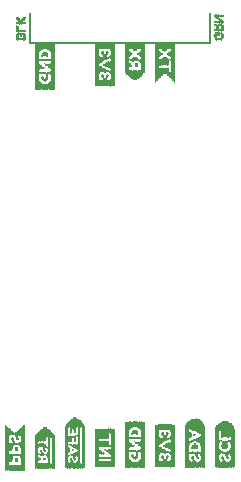
<source format=gbr>
G04 EAGLE Gerber RS-274X export*
G75*
%MOMM*%
%FSLAX34Y34*%
%LPD*%
%INSilkscreen Bottom*%
%IPPOS*%
%AMOC8*
5,1,8,0,0,1.08239X$1,22.5*%
G01*
%ADD10C,0.177800*%
%ADD11R,0.040000X3.520000*%
%ADD12R,0.040000X3.640000*%
%ADD13R,0.040000X3.720000*%
%ADD14R,0.040000X3.800000*%
%ADD15R,0.040000X3.840000*%
%ADD16R,0.040000X3.880000*%
%ADD17R,0.040000X3.920000*%
%ADD18R,0.040000X0.720000*%
%ADD19R,0.040000X3.040000*%
%ADD20R,0.040000X0.640000*%
%ADD21R,0.040000X0.280000*%
%ADD22R,0.040000X0.800000*%
%ADD23R,0.040000X1.160000*%
%ADD24R,0.040000X0.560000*%
%ADD25R,0.040000X0.200000*%
%ADD26R,0.040000X0.680000*%
%ADD27R,0.040000X1.120000*%
%ADD28R,0.040000X0.520000*%
%ADD29R,0.040000X0.160000*%
%ADD30R,0.040000X0.480000*%
%ADD31R,0.040000X0.440000*%
%ADD32R,0.040000X0.400000*%
%ADD33R,0.040000X0.240000*%
%ADD34R,0.040000X0.600000*%
%ADD35R,0.040000X0.320000*%
%ADD36R,0.040000X0.360000*%
%ADD37R,0.040000X1.080000*%
%ADD38R,0.040000X0.080000*%
%ADD39R,0.040000X1.040000*%
%ADD40R,0.040000X0.120000*%
%ADD41R,0.040000X1.000000*%
%ADD42R,0.040000X0.840000*%
%ADD43R,0.040000X0.960000*%
%ADD44R,0.040000X0.880000*%
%ADD45R,0.040000X0.760000*%
%ADD46R,0.040000X3.280000*%
%ADD47R,0.040000X3.400000*%
%ADD48R,0.040000X3.480000*%
%ADD49R,0.040000X3.560000*%
%ADD50R,0.040000X3.600000*%
%ADD51R,0.040000X3.680000*%
%ADD52R,0.040000X1.800000*%
%ADD53R,0.040000X1.240000*%
%ADD54R,0.040000X1.280000*%
%ADD55R,0.040000X1.320000*%
%ADD56R,0.040000X0.920000*%
%ADD57R,0.040000X0.040000*%
%ADD58R,0.040000X2.800000*%
%ADD59R,0.040000X3.240000*%
%ADD60R,0.040000X2.480000*%
%ADD61R,0.040000X2.520000*%
%ADD62R,0.040000X2.600000*%
%ADD63R,0.040000X2.640000*%
%ADD64R,0.040000X2.680000*%
%ADD65R,0.040000X2.720000*%
%ADD66R,0.040000X2.760000*%
%ADD67R,0.040000X1.440000*%
%ADD68R,0.040000X3.320000*%
%ADD69R,0.040000X3.200000*%
%ADD70R,0.040000X3.160000*%
%ADD71R,0.040000X3.120000*%
%ADD72R,0.040000X3.080000*%
%ADD73R,0.040000X1.680000*%
%ADD74R,0.040000X2.840000*%
%ADD75R,0.040000X2.920000*%
%ADD76R,0.040000X2.960000*%
%ADD77R,0.040000X3.360000*%
%ADD78R,0.040000X3.000000*%
%ADD79R,0.040000X3.760000*%
%ADD80R,0.040000X4.040000*%
%ADD81R,0.040000X4.080000*%
%ADD82R,0.040000X4.120000*%
%ADD83R,0.040000X4.160000*%
%ADD84R,0.030000X0.330000*%
%ADD85R,0.030000X0.030000*%
%ADD86R,0.030000X0.060000*%
%ADD87R,0.030000X0.090000*%
%ADD88R,0.040000X0.180000*%
%ADD89R,0.040000X0.150000*%
%ADD90R,0.030000X0.540000*%
%ADD91R,0.030000X0.210000*%
%ADD92R,0.030000X0.180000*%
%ADD93R,0.030000X0.570000*%
%ADD94R,0.030000X0.240000*%
%ADD95R,0.030000X0.600000*%
%ADD96R,0.030000X0.270000*%
%ADD97R,0.040000X0.210000*%
%ADD98R,0.040000X0.270000*%
%ADD99R,0.030000X0.450000*%
%ADD100R,0.030000X0.300000*%
%ADD101R,0.030000X0.420000*%
%ADD102R,0.030000X0.390000*%
%ADD103R,0.040000X0.330000*%
%ADD104R,0.030000X0.360000*%
%ADD105R,0.040000X0.450000*%
%ADD106R,0.030000X0.630000*%
%ADD107R,0.040000X0.630000*%
%ADD108R,0.040000X0.510000*%
%ADD109R,0.040000X0.540000*%
%ADD110R,0.040000X0.570000*%
%ADD111R,0.030000X0.150000*%
%ADD112R,0.030000X0.120000*%
%ADD113R,0.040000X0.390000*%
%ADD114R,0.030000X0.510000*%
%ADD115R,0.040000X0.660000*%
%ADD116R,0.040000X0.300000*%
%ADD117R,0.040000X0.420000*%


D10*
X444500Y762000D02*
X444500Y787400D01*
X292100Y787400D02*
X292100Y762000D01*
X444500Y762000D01*
D11*
X439800Y419910D03*
D12*
X439400Y420510D03*
D13*
X439000Y420910D03*
D14*
X438600Y421310D03*
D15*
X438200Y421510D03*
D16*
X437800Y421710D03*
D17*
X437400Y421910D03*
D18*
X437000Y405910D03*
D19*
X437000Y426710D03*
D20*
X436600Y405510D03*
D21*
X436600Y414110D03*
D22*
X436600Y425110D03*
D23*
X436600Y436510D03*
D24*
X436200Y405110D03*
D25*
X436200Y414510D03*
D26*
X436200Y425310D03*
D27*
X436200Y436710D03*
D28*
X435800Y404910D03*
D29*
X435800Y414710D03*
D24*
X435800Y425510D03*
D23*
X435800Y436910D03*
D28*
X435400Y404910D03*
D29*
X435400Y414710D03*
D28*
X435400Y425710D03*
D27*
X435400Y437110D03*
D30*
X435000Y404710D03*
D29*
X435000Y414710D03*
D31*
X435000Y425710D03*
D23*
X435000Y437310D03*
D30*
X434600Y404710D03*
D29*
X434600Y410710D03*
D25*
X434600Y414510D03*
D32*
X434600Y425910D03*
D27*
X434600Y437510D03*
D30*
X434200Y404710D03*
D33*
X434200Y410710D03*
X434200Y414310D03*
X434200Y419110D03*
D32*
X434200Y425910D03*
D27*
X434200Y437510D03*
D30*
X433800Y404710D03*
D34*
X433800Y412510D03*
D35*
X433800Y419510D03*
X433800Y425910D03*
D23*
X433800Y437710D03*
D30*
X433400Y404710D03*
D24*
X433400Y412710D03*
D36*
X433400Y419710D03*
D35*
X433400Y425910D03*
D27*
X433400Y437910D03*
D30*
X433000Y404710D03*
X433000Y413110D03*
D32*
X433000Y419910D03*
D33*
X433000Y425910D03*
D27*
X433000Y437910D03*
D28*
X432600Y404910D03*
D35*
X432600Y413910D03*
D32*
X432600Y419910D03*
D33*
X432600Y425910D03*
D37*
X432600Y438110D03*
D28*
X432200Y404910D03*
D25*
X432200Y414510D03*
D31*
X432200Y420110D03*
D25*
X432200Y425710D03*
D38*
X432200Y429910D03*
D37*
X432200Y438110D03*
D24*
X431800Y405110D03*
D29*
X431800Y414710D03*
D31*
X431800Y420110D03*
D25*
X431800Y425710D03*
D38*
X431800Y429910D03*
D39*
X431800Y438310D03*
D34*
X431400Y405310D03*
D40*
X431400Y414910D03*
D31*
X431400Y420110D03*
D29*
X431400Y425510D03*
D40*
X431400Y429710D03*
D39*
X431400Y438310D03*
D18*
X431000Y405910D03*
D40*
X431000Y414910D03*
D32*
X431000Y419910D03*
D29*
X431000Y425510D03*
X431000Y429910D03*
D41*
X431000Y438510D03*
D42*
X430600Y406510D03*
D40*
X430600Y414910D03*
D32*
X430600Y419910D03*
D40*
X430600Y425310D03*
D41*
X430600Y438510D03*
D43*
X430200Y407110D03*
D40*
X430200Y414910D03*
D32*
X430200Y419910D03*
D29*
X430200Y425110D03*
D43*
X430200Y438710D03*
D28*
X429800Y404910D03*
D35*
X429800Y410310D03*
D38*
X429800Y415110D03*
D36*
X429800Y419710D03*
D40*
X429800Y424910D03*
D43*
X429800Y438710D03*
D30*
X429400Y404710D03*
D21*
X429400Y410510D03*
D40*
X429400Y414910D03*
D35*
X429400Y419510D03*
D40*
X429400Y424910D03*
D44*
X429400Y438710D03*
D30*
X429000Y404710D03*
D33*
X429000Y410710D03*
D40*
X429000Y414910D03*
D29*
X429000Y419110D03*
D40*
X429000Y424510D03*
D44*
X429000Y438710D03*
D30*
X428600Y404710D03*
D40*
X428600Y414910D03*
D29*
X428600Y424310D03*
D32*
X428600Y429910D03*
D42*
X428600Y438910D03*
D30*
X428200Y404710D03*
D40*
X428200Y414910D03*
D29*
X428200Y423910D03*
D31*
X428200Y429710D03*
D22*
X428200Y438710D03*
D28*
X427800Y404910D03*
D29*
X427800Y414710D03*
X427800Y423910D03*
D30*
X427800Y429910D03*
D45*
X427800Y438910D03*
D28*
X427400Y404910D03*
D25*
X427400Y414510D03*
D33*
X427400Y423510D03*
D28*
X427400Y429710D03*
D18*
X427400Y438710D03*
D34*
X427000Y405310D03*
D33*
X427000Y414310D03*
D21*
X427000Y423310D03*
D24*
X427000Y429910D03*
D18*
X427000Y438710D03*
D26*
X426600Y405710D03*
D36*
X426600Y414110D03*
D31*
X426600Y422910D03*
D34*
X426600Y429710D03*
D45*
X426600Y438110D03*
D17*
X426200Y421910D03*
D16*
X425800Y421710D03*
D15*
X425400Y421510D03*
D14*
X425000Y421310D03*
D13*
X424600Y420910D03*
D12*
X424200Y420510D03*
D11*
X423800Y419910D03*
D46*
X465200Y418710D03*
D47*
X464800Y419310D03*
D48*
X464400Y419710D03*
D49*
X464000Y420110D03*
D50*
X463600Y420310D03*
D12*
X463200Y420510D03*
D51*
X462800Y420710D03*
D18*
X462400Y405910D03*
D42*
X462400Y415710D03*
D52*
X462400Y430510D03*
D34*
X462000Y405310D03*
X462000Y415710D03*
D21*
X462000Y424110D03*
D53*
X462000Y433710D03*
D24*
X461600Y405110D03*
D31*
X461600Y415710D03*
D29*
X461600Y424310D03*
D53*
X461600Y433710D03*
D28*
X461200Y404910D03*
D35*
X461200Y415510D03*
D40*
X461200Y424510D03*
D53*
X461200Y434110D03*
D28*
X460800Y404910D03*
D21*
X460800Y415310D03*
D38*
X460800Y424710D03*
D53*
X460800Y434110D03*
D30*
X460400Y404710D03*
D21*
X460400Y414910D03*
D38*
X460400Y424710D03*
D54*
X460400Y434310D03*
D30*
X460000Y404710D03*
D29*
X460000Y410710D03*
D33*
X460000Y414710D03*
D40*
X460000Y424510D03*
D54*
X460000Y434310D03*
D30*
X459600Y404710D03*
D33*
X459600Y410710D03*
D21*
X459600Y414510D03*
X459600Y420510D03*
D29*
X459600Y424310D03*
D54*
X459600Y434310D03*
D30*
X459200Y404710D03*
D34*
X459200Y412510D03*
D32*
X459200Y420710D03*
D25*
X459200Y424110D03*
D55*
X459200Y434510D03*
D30*
X458800Y404710D03*
D24*
X458800Y412710D03*
D26*
X458800Y421710D03*
D55*
X458800Y434510D03*
D30*
X458400Y404710D03*
X458400Y413110D03*
D18*
X458400Y421510D03*
D55*
X458400Y434510D03*
D30*
X458000Y404710D03*
D21*
X458000Y413710D03*
D18*
X458000Y421510D03*
D55*
X458000Y434510D03*
D28*
X457600Y404910D03*
D25*
X457600Y414110D03*
D18*
X457600Y421510D03*
D55*
X457600Y434510D03*
D24*
X457200Y405110D03*
D40*
X457200Y414510D03*
D18*
X457200Y421510D03*
D55*
X457200Y434510D03*
D34*
X456800Y405310D03*
D40*
X456800Y414510D03*
D18*
X456800Y421510D03*
D55*
X456800Y434510D03*
D26*
X456400Y405710D03*
D38*
X456400Y414710D03*
D18*
X456400Y421510D03*
D55*
X456400Y434510D03*
D42*
X456000Y406510D03*
D40*
X456000Y414910D03*
D18*
X456000Y421510D03*
D55*
X456000Y434510D03*
D56*
X455600Y406910D03*
D40*
X455600Y414910D03*
D18*
X455600Y421510D03*
D55*
X455600Y434510D03*
D28*
X455200Y404910D03*
D35*
X455200Y410310D03*
D40*
X455200Y414910D03*
D26*
X455200Y421710D03*
D55*
X455200Y434510D03*
D30*
X454800Y404710D03*
D21*
X454800Y410510D03*
D29*
X454800Y415110D03*
D36*
X454800Y420510D03*
D29*
X454800Y424310D03*
D54*
X454800Y434310D03*
D30*
X454400Y404710D03*
D33*
X454400Y410710D03*
D29*
X454400Y415110D03*
D25*
X454400Y420510D03*
D40*
X454400Y424510D03*
D54*
X454400Y434310D03*
D31*
X454000Y404510D03*
D25*
X454000Y415310D03*
D40*
X454000Y424510D03*
D54*
X454000Y434310D03*
D30*
X453600Y404710D03*
D25*
X453600Y415310D03*
D38*
X453600Y424710D03*
D45*
X453600Y436510D03*
D30*
X453200Y404710D03*
D21*
X453200Y415310D03*
D38*
X453200Y424710D03*
D45*
X453200Y436510D03*
D28*
X452800Y404910D03*
D32*
X452800Y415510D03*
D40*
X452800Y424510D03*
D18*
X452800Y436310D03*
D34*
X452400Y405310D03*
D30*
X452400Y415510D03*
D33*
X452400Y424310D03*
D18*
X452400Y436310D03*
D20*
X452000Y405510D03*
X452000Y415510D03*
D35*
X452000Y423910D03*
D18*
X452000Y435910D03*
D51*
X451600Y420710D03*
D12*
X451200Y420510D03*
D50*
X450800Y420310D03*
D49*
X450400Y420110D03*
D48*
X450000Y419710D03*
D47*
X449600Y419310D03*
D46*
X449200Y418710D03*
D12*
X414400Y420910D03*
X414000Y420910D03*
X413600Y420910D03*
X413200Y420910D03*
X412800Y420910D03*
X412400Y420910D03*
X412000Y420910D03*
D18*
X411600Y406310D03*
D52*
X411600Y420910D03*
D18*
X411600Y435510D03*
D34*
X411200Y405710D03*
D21*
X411200Y414510D03*
D34*
X411200Y420910D03*
D21*
X411200Y427310D03*
D34*
X411200Y436110D03*
D24*
X410800Y405510D03*
D25*
X410800Y414510D03*
D34*
X410800Y420910D03*
D25*
X410800Y427310D03*
D24*
X410800Y436310D03*
D28*
X410400Y405310D03*
D29*
X410400Y414710D03*
D28*
X410400Y420910D03*
D29*
X410400Y427110D03*
D28*
X410400Y436510D03*
D30*
X410000Y405110D03*
D40*
X410000Y414910D03*
D28*
X410000Y420910D03*
D40*
X410000Y426910D03*
D30*
X410000Y436710D03*
X409600Y405110D03*
D29*
X409600Y415110D03*
D30*
X409600Y421110D03*
D29*
X409600Y426710D03*
D30*
X409600Y436710D03*
X409200Y405110D03*
D38*
X409200Y411110D03*
D40*
X409200Y415310D03*
D31*
X409200Y420910D03*
D29*
X409200Y426710D03*
D38*
X409200Y431110D03*
D31*
X409200Y436910D03*
D30*
X408800Y405110D03*
D25*
X408800Y410910D03*
D29*
X408800Y415510D03*
D32*
X408800Y421110D03*
D25*
X408800Y426510D03*
X408800Y430910D03*
D31*
X408800Y436910D03*
D30*
X408400Y405110D03*
D21*
X408400Y410910D03*
D29*
X408400Y415510D03*
D36*
X408400Y420910D03*
D25*
X408400Y426510D03*
D21*
X408400Y430910D03*
D31*
X408400Y436910D03*
D24*
X408000Y405510D03*
D21*
X408000Y410510D03*
D25*
X408000Y415710D03*
D35*
X408000Y421110D03*
X408000Y426710D03*
D21*
X408000Y430510D03*
D31*
X408000Y436910D03*
D18*
X407600Y406310D03*
D33*
X407600Y415510D03*
D21*
X407600Y420910D03*
D30*
X407600Y427510D03*
X407600Y436710D03*
D18*
X407200Y406310D03*
D21*
X407200Y415710D03*
X407200Y420910D03*
D28*
X407200Y427310D03*
D30*
X407200Y436710D03*
D18*
X406800Y406310D03*
D35*
X406800Y415510D03*
D25*
X406800Y420910D03*
D28*
X406800Y427310D03*
X406800Y436510D03*
D18*
X406400Y406310D03*
D32*
X406400Y415510D03*
D25*
X406400Y420910D03*
D24*
X406400Y427110D03*
X406400Y436310D03*
D18*
X406000Y406310D03*
D35*
X406000Y415910D03*
D40*
X406000Y420910D03*
D24*
X406000Y427110D03*
D30*
X406000Y436710D03*
D18*
X405600Y406310D03*
D36*
X405600Y416110D03*
D40*
X405600Y420910D03*
D34*
X405600Y426910D03*
D30*
X405600Y436710D03*
D44*
X405200Y407110D03*
D35*
X405200Y416310D03*
D57*
X405200Y420910D03*
D45*
X405200Y427710D03*
D31*
X405200Y436910D03*
D30*
X404800Y405110D03*
D35*
X404800Y410710D03*
D36*
X404800Y416510D03*
D57*
X404800Y420910D03*
D32*
X404800Y425510D03*
D35*
X404800Y430710D03*
D31*
X404800Y436910D03*
X404400Y404910D03*
D21*
X404400Y410910D03*
D36*
X404400Y416510D03*
X404400Y425310D03*
D21*
X404400Y430910D03*
D31*
X404400Y436910D03*
X404000Y404910D03*
D21*
X404000Y410910D03*
D32*
X404000Y416710D03*
X404000Y425110D03*
D21*
X404000Y430910D03*
D31*
X404000Y436910D03*
X403600Y404910D03*
D25*
X403600Y410910D03*
D32*
X403600Y416710D03*
X403600Y425110D03*
D25*
X403600Y430910D03*
D31*
X403600Y436910D03*
X403200Y404910D03*
X403200Y416910D03*
X403200Y424910D03*
X403200Y436910D03*
X402800Y404910D03*
X402800Y416910D03*
X402800Y424910D03*
X402800Y436910D03*
D30*
X402400Y405110D03*
D28*
X402400Y416910D03*
X402400Y424910D03*
D30*
X402400Y436710D03*
D28*
X402000Y405310D03*
D24*
X402000Y416710D03*
X402000Y425110D03*
D28*
X402000Y436510D03*
D24*
X401600Y405510D03*
D20*
X401600Y416710D03*
X401600Y425110D03*
D24*
X401600Y436310D03*
D20*
X401200Y405910D03*
D45*
X401200Y416510D03*
X401200Y425310D03*
D20*
X401200Y435910D03*
D12*
X400800Y420910D03*
X400400Y420910D03*
X400000Y420910D03*
X399600Y420910D03*
X399200Y420910D03*
X398800Y420910D03*
X398400Y420910D03*
D16*
X389000Y421710D03*
X388600Y421710D03*
X388200Y421710D03*
X387800Y421710D03*
X387400Y421710D03*
X387000Y421710D03*
X386600Y421710D03*
D42*
X386200Y406510D03*
D58*
X386200Y427110D03*
D45*
X385800Y406110D03*
D35*
X385800Y415910D03*
D30*
X385800Y421910D03*
D29*
X385800Y427110D03*
D45*
X385800Y437310D03*
D26*
X385400Y405710D03*
D25*
X385400Y416110D03*
D32*
X385400Y421910D03*
D40*
X385400Y426910D03*
D26*
X385400Y437710D03*
D20*
X385000Y405510D03*
D29*
X385000Y416310D03*
D36*
X385000Y422110D03*
D40*
X385000Y426910D03*
D20*
X385000Y437910D03*
D24*
X384600Y405110D03*
D29*
X384600Y416310D03*
D36*
X384600Y422110D03*
D40*
X384600Y426910D03*
D34*
X384600Y438110D03*
D24*
X384200Y405110D03*
D29*
X384200Y416310D03*
D35*
X384200Y422310D03*
D40*
X384200Y426910D03*
D24*
X384200Y438310D03*
D28*
X383800Y404910D03*
D29*
X383800Y416310D03*
D21*
X383800Y422510D03*
D40*
X383800Y426910D03*
D28*
X383800Y438510D03*
D30*
X383400Y404710D03*
D21*
X383400Y412110D03*
D25*
X383400Y416110D03*
D33*
X383400Y422710D03*
D40*
X383400Y426910D03*
D33*
X383400Y431510D03*
D30*
X383400Y438710D03*
X383000Y404710D03*
D18*
X383000Y413510D03*
D33*
X383000Y422710D03*
D40*
X383000Y426910D03*
D21*
X383000Y431710D03*
D30*
X383000Y438710D03*
X382600Y404710D03*
D45*
X382600Y413310D03*
D25*
X382600Y422910D03*
D40*
X382600Y426910D03*
D35*
X382600Y431910D03*
D31*
X382600Y438910D03*
X382200Y404510D03*
D45*
X382200Y413310D03*
D29*
X382200Y423110D03*
D40*
X382200Y426910D03*
D36*
X382200Y432110D03*
D31*
X382200Y438910D03*
X381800Y404510D03*
D21*
X381800Y410510D03*
D29*
X381800Y416310D03*
D40*
X381800Y423310D03*
X381800Y426910D03*
D32*
X381800Y432310D03*
D31*
X381800Y438910D03*
X381400Y404510D03*
D33*
X381400Y410310D03*
D40*
X381400Y416510D03*
X381400Y423310D03*
X381400Y426910D03*
D32*
X381400Y432310D03*
D31*
X381400Y438910D03*
X381000Y404510D03*
D33*
X381000Y410310D03*
D40*
X381000Y416510D03*
D57*
X381000Y420110D03*
D38*
X381000Y423510D03*
D40*
X381000Y426910D03*
D32*
X381000Y432310D03*
D31*
X381000Y438910D03*
X380600Y404510D03*
D33*
X380600Y410310D03*
D40*
X380600Y416510D03*
D38*
X380600Y420310D03*
D57*
X380600Y423710D03*
D40*
X380600Y426910D03*
D32*
X380600Y432310D03*
D31*
X380600Y438910D03*
X380200Y404510D03*
D33*
X380200Y410310D03*
D40*
X380200Y416510D03*
D38*
X380200Y420310D03*
D40*
X380200Y426910D03*
D32*
X380200Y432310D03*
D31*
X380200Y438910D03*
X379800Y404510D03*
D32*
X379800Y411510D03*
D40*
X379800Y416510D03*
X379800Y420510D03*
X379800Y426910D03*
D36*
X379800Y432110D03*
D31*
X379800Y438910D03*
D30*
X379400Y404710D03*
D32*
X379400Y411510D03*
D40*
X379400Y416510D03*
D29*
X379400Y420710D03*
D40*
X379400Y426910D03*
D36*
X379400Y432110D03*
D31*
X379400Y438910D03*
D30*
X379000Y404710D03*
D36*
X379000Y411710D03*
D40*
X379000Y416510D03*
D25*
X379000Y420910D03*
D40*
X379000Y426910D03*
D35*
X379000Y431910D03*
D30*
X379000Y438710D03*
X378600Y404710D03*
D35*
X378600Y411910D03*
D40*
X378600Y416510D03*
D25*
X378600Y420910D03*
D40*
X378600Y426910D03*
D21*
X378600Y431710D03*
D30*
X378600Y438710D03*
D28*
X378200Y404910D03*
D25*
X378200Y412110D03*
D40*
X378200Y416510D03*
D33*
X378200Y421110D03*
D40*
X378200Y426910D03*
D29*
X378200Y431110D03*
D28*
X378200Y438510D03*
X377800Y404910D03*
D40*
X377800Y416510D03*
D21*
X377800Y421310D03*
D40*
X377800Y426910D03*
D28*
X377800Y438510D03*
D24*
X377400Y405110D03*
D40*
X377400Y416510D03*
D35*
X377400Y421510D03*
D40*
X377400Y426910D03*
D24*
X377400Y438310D03*
D34*
X377000Y405310D03*
D40*
X377000Y416510D03*
D35*
X377000Y421510D03*
D40*
X377000Y426910D03*
D34*
X377000Y438110D03*
D20*
X376600Y405510D03*
D29*
X376600Y416310D03*
D36*
X376600Y421710D03*
D40*
X376600Y426910D03*
D20*
X376600Y437910D03*
D18*
X376200Y405910D03*
D33*
X376200Y416310D03*
D31*
X376200Y421710D03*
D29*
X376200Y427110D03*
D18*
X376200Y437510D03*
D22*
X375800Y406310D03*
D35*
X375800Y415910D03*
D30*
X375800Y421910D03*
D25*
X375800Y426910D03*
D42*
X375800Y436910D03*
D16*
X375400Y421710D03*
X375000Y421710D03*
X374600Y421710D03*
X374200Y421710D03*
X373800Y421710D03*
X373400Y421710D03*
X373000Y421710D03*
D59*
X363600Y418910D03*
X363200Y418910D03*
X362800Y418910D03*
X362400Y418910D03*
X362000Y418910D03*
X361600Y418910D03*
X361200Y418910D03*
X360800Y418910D03*
D30*
X360400Y405110D03*
D29*
X360400Y410310D03*
D30*
X360400Y415510D03*
D40*
X360400Y420510D03*
D31*
X360400Y432910D03*
X360000Y404910D03*
D29*
X360000Y410310D03*
D32*
X360000Y415510D03*
D40*
X360000Y420510D03*
D32*
X360000Y433110D03*
D31*
X359600Y404910D03*
D40*
X359600Y410510D03*
D36*
X359600Y415710D03*
D40*
X359600Y420510D03*
D32*
X359600Y433110D03*
D31*
X359200Y404910D03*
D40*
X359200Y410510D03*
D35*
X359200Y415910D03*
D40*
X359200Y420510D03*
D32*
X359200Y433110D03*
D31*
X358800Y404910D03*
D40*
X358800Y410510D03*
D35*
X358800Y415910D03*
D29*
X358800Y420710D03*
D31*
X358800Y432910D03*
X358400Y404910D03*
D40*
X358400Y410510D03*
D21*
X358400Y416110D03*
D30*
X358400Y422310D03*
D22*
X358400Y431110D03*
D31*
X358000Y404910D03*
D40*
X358000Y410510D03*
D33*
X358000Y416310D03*
D30*
X358000Y422310D03*
D22*
X358000Y431110D03*
D31*
X357600Y404910D03*
D40*
X357600Y410510D03*
D25*
X357600Y416510D03*
D30*
X357600Y422310D03*
D22*
X357600Y431110D03*
D31*
X357200Y404910D03*
D40*
X357200Y410510D03*
D25*
X357200Y416510D03*
D30*
X357200Y422310D03*
D22*
X357200Y431110D03*
D31*
X356800Y404910D03*
D40*
X356800Y410510D03*
D29*
X356800Y416710D03*
D30*
X356800Y422310D03*
D22*
X356800Y431110D03*
D31*
X356400Y404910D03*
D40*
X356400Y410510D03*
X356400Y416910D03*
D30*
X356400Y422310D03*
D22*
X356400Y431110D03*
D31*
X356000Y404910D03*
D40*
X356000Y410510D03*
D38*
X356000Y417110D03*
D30*
X356000Y422310D03*
D22*
X356000Y431110D03*
D31*
X355600Y404910D03*
D40*
X355600Y410510D03*
D57*
X355600Y413710D03*
D38*
X355600Y417110D03*
D30*
X355600Y422310D03*
D22*
X355600Y431110D03*
D31*
X355200Y404910D03*
D40*
X355200Y410510D03*
D38*
X355200Y413910D03*
D57*
X355200Y417310D03*
D30*
X355200Y422310D03*
D22*
X355200Y431110D03*
D31*
X354800Y404910D03*
D40*
X354800Y410510D03*
X354800Y414110D03*
D30*
X354800Y422310D03*
D22*
X354800Y431110D03*
D31*
X354400Y404910D03*
D40*
X354400Y410510D03*
X354400Y414110D03*
D30*
X354400Y422310D03*
D22*
X354400Y431110D03*
D31*
X354000Y404910D03*
D40*
X354000Y410510D03*
D29*
X354000Y414310D03*
D30*
X354000Y422310D03*
D22*
X354000Y431110D03*
D31*
X353600Y404910D03*
D40*
X353600Y410510D03*
D25*
X353600Y414510D03*
D30*
X353600Y422310D03*
D22*
X353600Y431110D03*
D31*
X353200Y404910D03*
D40*
X353200Y410510D03*
D33*
X353200Y414710D03*
D30*
X353200Y422310D03*
D22*
X353200Y431110D03*
D31*
X352800Y404910D03*
D40*
X352800Y410510D03*
D33*
X352800Y414710D03*
D30*
X352800Y422310D03*
D22*
X352800Y431110D03*
D31*
X352400Y404910D03*
D40*
X352400Y410510D03*
D21*
X352400Y414910D03*
D30*
X352400Y422310D03*
D22*
X352400Y431110D03*
D31*
X352000Y404910D03*
D40*
X352000Y410510D03*
D35*
X352000Y415110D03*
D30*
X352000Y422310D03*
D22*
X352000Y431110D03*
D31*
X351600Y404910D03*
D40*
X351600Y410510D03*
D36*
X351600Y415310D03*
D30*
X351600Y422310D03*
D22*
X351600Y431110D03*
D31*
X351200Y404910D03*
D40*
X351200Y410510D03*
D36*
X351200Y415310D03*
D30*
X351200Y422310D03*
D22*
X351200Y431110D03*
D30*
X350800Y405110D03*
D29*
X350800Y410310D03*
D32*
X350800Y415510D03*
D30*
X350800Y422310D03*
D22*
X350800Y431110D03*
D30*
X350400Y405110D03*
D29*
X350400Y410310D03*
D30*
X350400Y415510D03*
D24*
X350400Y422310D03*
D42*
X350400Y430910D03*
D59*
X350000Y418910D03*
X349600Y418910D03*
X349200Y418910D03*
X348800Y418910D03*
X348400Y418910D03*
X348000Y418910D03*
X347600Y418910D03*
D60*
X389000Y749380D03*
D61*
X388600Y749180D03*
D62*
X388200Y748780D03*
D63*
X387800Y748580D03*
D64*
X387400Y748380D03*
D65*
X387000Y748180D03*
D66*
X386600Y747980D03*
D67*
X386200Y740980D03*
D20*
X386200Y752580D03*
D28*
X386200Y759180D03*
D24*
X385800Y736180D03*
D35*
X385800Y746180D03*
D24*
X385800Y752580D03*
D30*
X385800Y759380D03*
D24*
X385400Y735780D03*
D25*
X385400Y746380D03*
D30*
X385400Y752580D03*
D31*
X385400Y759580D03*
D34*
X385000Y735580D03*
D29*
X385000Y746580D03*
D32*
X385000Y752580D03*
X385000Y759780D03*
D20*
X384600Y735380D03*
D40*
X384600Y746780D03*
D35*
X384600Y752580D03*
D31*
X384600Y759580D03*
D26*
X384200Y735180D03*
D29*
X384200Y746980D03*
D33*
X384200Y752580D03*
D30*
X384200Y759380D03*
D18*
X383800Y734980D03*
D29*
X383800Y747380D03*
D25*
X383800Y752380D03*
D30*
X383800Y759380D03*
D45*
X383400Y734780D03*
D33*
X383400Y742580D03*
D25*
X383400Y747580D03*
D40*
X383400Y752380D03*
D28*
X383400Y759180D03*
D45*
X383000Y734780D03*
D21*
X383000Y742780D03*
D25*
X383000Y747980D03*
D38*
X383000Y752580D03*
D24*
X383000Y758980D03*
D22*
X382600Y734580D03*
D21*
X382600Y742780D03*
D33*
X382600Y748180D03*
D34*
X382600Y758780D03*
D42*
X382200Y734380D03*
D21*
X382200Y742780D03*
X382200Y748380D03*
D20*
X382200Y758580D03*
D42*
X381800Y734380D03*
D21*
X381800Y742780D03*
D35*
X381800Y748580D03*
D26*
X381800Y758380D03*
D42*
X381400Y734380D03*
D21*
X381400Y742780D03*
D32*
X381400Y748580D03*
D18*
X381400Y758180D03*
D42*
X381000Y734380D03*
D32*
X381000Y748580D03*
D45*
X381000Y757980D03*
D42*
X380600Y734380D03*
D32*
X380600Y748580D03*
D18*
X380600Y758180D03*
D42*
X380200Y734380D03*
D32*
X380200Y748180D03*
D26*
X380200Y758380D03*
D42*
X379800Y734380D03*
D32*
X379800Y747780D03*
D20*
X379800Y758580D03*
D22*
X379400Y734580D03*
D36*
X379400Y747580D03*
D34*
X379400Y758780D03*
D45*
X379000Y734780D03*
D21*
X379000Y747580D03*
D24*
X379000Y758980D03*
D45*
X378600Y734780D03*
D33*
X378600Y747380D03*
D38*
X378600Y752580D03*
D24*
X378600Y758980D03*
D18*
X378200Y734980D03*
D33*
X378200Y742580D03*
D25*
X378200Y747180D03*
D29*
X378200Y752580D03*
D28*
X378200Y759180D03*
D26*
X377800Y735180D03*
D33*
X377800Y742580D03*
D40*
X377800Y747180D03*
D33*
X377800Y752580D03*
D30*
X377800Y759380D03*
D20*
X377400Y735380D03*
D21*
X377400Y742780D03*
D40*
X377400Y747180D03*
D35*
X377400Y752580D03*
D31*
X377400Y759580D03*
D34*
X377000Y735580D03*
D21*
X377000Y742780D03*
D57*
X377000Y747180D03*
D32*
X377000Y752580D03*
X377000Y759780D03*
D24*
X376600Y735780D03*
D21*
X376600Y742780D03*
D57*
X376600Y747180D03*
D30*
X376600Y752580D03*
D31*
X376600Y759580D03*
D24*
X376200Y736180D03*
D36*
X376200Y742780D03*
D38*
X376200Y747380D03*
D28*
X376200Y752380D03*
D31*
X376200Y759580D03*
D28*
X375800Y736380D03*
D36*
X375800Y742780D03*
D25*
X375800Y747180D03*
D34*
X375800Y752380D03*
D30*
X375800Y759380D03*
D66*
X375400Y747980D03*
D65*
X375000Y748180D03*
D64*
X374600Y748380D03*
D63*
X374200Y748580D03*
D62*
X373800Y748780D03*
D61*
X373400Y749180D03*
D60*
X373000Y749380D03*
D68*
X414400Y745110D03*
D46*
X414000Y745310D03*
D59*
X413600Y745510D03*
D69*
X413200Y745710D03*
D70*
X412800Y745910D03*
D71*
X412400Y746110D03*
D72*
X412000Y746310D03*
D73*
X411600Y739710D03*
D20*
X411600Y752510D03*
D28*
X411600Y759110D03*
X411200Y734310D03*
D40*
X411200Y747110D03*
D24*
X411200Y752510D03*
D30*
X411200Y759310D03*
X410800Y734510D03*
D57*
X410800Y747110D03*
D30*
X410800Y752510D03*
D31*
X410800Y759510D03*
X410400Y734710D03*
D57*
X410400Y747110D03*
D32*
X410400Y752510D03*
D31*
X410400Y759510D03*
D32*
X410000Y734910D03*
D57*
X410000Y747110D03*
D36*
X410000Y752310D03*
D31*
X410000Y759510D03*
D32*
X409600Y735310D03*
D40*
X409600Y747110D03*
D21*
X409600Y752310D03*
D30*
X409600Y759310D03*
D26*
X409200Y737110D03*
D28*
X409200Y745510D03*
D25*
X409200Y752310D03*
D28*
X409200Y759110D03*
D20*
X408800Y737310D03*
D24*
X408800Y745710D03*
D40*
X408800Y752310D03*
D28*
X408800Y759110D03*
D34*
X408400Y737510D03*
X408400Y745910D03*
D57*
X408400Y752310D03*
D24*
X408400Y758910D03*
X408000Y737710D03*
D20*
X408000Y746110D03*
D34*
X408000Y758710D03*
D28*
X407600Y737910D03*
D26*
X407600Y746310D03*
D20*
X407600Y758510D03*
D28*
X407200Y737910D03*
D18*
X407200Y746510D03*
D26*
X407200Y758310D03*
D28*
X406800Y737910D03*
D18*
X406800Y746510D03*
X406800Y758110D03*
D28*
X406400Y737910D03*
D45*
X406400Y746710D03*
X406400Y757910D03*
D28*
X406000Y737910D03*
D45*
X406000Y746710D03*
D18*
X406000Y758110D03*
D28*
X405600Y737910D03*
D18*
X405600Y746510D03*
D26*
X405600Y758310D03*
D28*
X405200Y737910D03*
D26*
X405200Y746310D03*
D20*
X405200Y758510D03*
D24*
X404800Y737710D03*
D20*
X404800Y746110D03*
X404800Y758510D03*
D34*
X404400Y737510D03*
X404400Y745910D03*
D57*
X404400Y752310D03*
D34*
X404400Y758710D03*
D20*
X404000Y737310D03*
D24*
X404000Y745710D03*
D40*
X404000Y752310D03*
D24*
X404000Y758910D03*
D26*
X403600Y737110D03*
D28*
X403600Y745510D03*
D25*
X403600Y752310D03*
D28*
X403600Y759110D03*
D18*
X403200Y736910D03*
D30*
X403200Y745310D03*
D33*
X403200Y752510D03*
D30*
X403200Y759310D03*
D45*
X402800Y736710D03*
D30*
X402800Y745310D03*
D35*
X402800Y752510D03*
D31*
X402800Y759510D03*
D22*
X402400Y736510D03*
D31*
X402400Y745110D03*
D32*
X402400Y752510D03*
D31*
X402400Y759510D03*
D42*
X402000Y736310D03*
D31*
X402000Y745110D03*
X402000Y752310D03*
X402000Y759510D03*
D44*
X401600Y736110D03*
D30*
X401600Y745310D03*
D28*
X401600Y752310D03*
D31*
X401600Y759510D03*
D43*
X401200Y736110D03*
D24*
X401200Y745310D03*
D34*
X401200Y752310D03*
D30*
X401200Y759310D03*
D72*
X400800Y746310D03*
D71*
X400400Y746110D03*
D70*
X400000Y745910D03*
D69*
X399600Y745710D03*
D59*
X399200Y745510D03*
D46*
X398800Y745310D03*
D68*
X398400Y745110D03*
D12*
X363600Y743490D03*
X363200Y743490D03*
X362800Y743490D03*
X362400Y743490D03*
X362000Y743490D03*
X361600Y743490D03*
X361200Y743490D03*
D18*
X360800Y728890D03*
D52*
X360800Y743490D03*
D18*
X360800Y758090D03*
D34*
X360400Y728290D03*
D21*
X360400Y737090D03*
D34*
X360400Y743490D03*
D21*
X360400Y749890D03*
D34*
X360400Y758690D03*
D24*
X360000Y728090D03*
D25*
X360000Y737090D03*
D34*
X360000Y743490D03*
D25*
X360000Y749890D03*
D24*
X360000Y758890D03*
D28*
X359600Y727890D03*
D29*
X359600Y737290D03*
D28*
X359600Y743490D03*
D29*
X359600Y749690D03*
D28*
X359600Y759090D03*
D30*
X359200Y727690D03*
D40*
X359200Y737490D03*
D28*
X359200Y743490D03*
D40*
X359200Y749490D03*
D30*
X359200Y759290D03*
X358800Y727690D03*
D29*
X358800Y737690D03*
D30*
X358800Y743690D03*
D29*
X358800Y749290D03*
D30*
X358800Y759290D03*
X358400Y727690D03*
D38*
X358400Y733690D03*
D40*
X358400Y737890D03*
D31*
X358400Y743490D03*
D29*
X358400Y749290D03*
D38*
X358400Y753690D03*
D31*
X358400Y759490D03*
D30*
X358000Y727690D03*
D25*
X358000Y733490D03*
D29*
X358000Y738090D03*
D32*
X358000Y743690D03*
D25*
X358000Y749090D03*
X358000Y753490D03*
D31*
X358000Y759490D03*
D30*
X357600Y727690D03*
D21*
X357600Y733490D03*
D29*
X357600Y738090D03*
D36*
X357600Y743490D03*
D25*
X357600Y749090D03*
D21*
X357600Y753490D03*
D31*
X357600Y759490D03*
D24*
X357200Y728090D03*
D21*
X357200Y733090D03*
D25*
X357200Y738290D03*
D35*
X357200Y743690D03*
X357200Y749290D03*
D21*
X357200Y753090D03*
D31*
X357200Y759490D03*
D18*
X356800Y728890D03*
D33*
X356800Y738090D03*
D21*
X356800Y743490D03*
D30*
X356800Y750090D03*
X356800Y759290D03*
D18*
X356400Y728890D03*
D21*
X356400Y738290D03*
X356400Y743490D03*
D28*
X356400Y749890D03*
D30*
X356400Y759290D03*
D18*
X356000Y728890D03*
D35*
X356000Y738090D03*
D25*
X356000Y743490D03*
D28*
X356000Y749890D03*
X356000Y759090D03*
D18*
X355600Y728890D03*
D32*
X355600Y738090D03*
D25*
X355600Y743490D03*
D24*
X355600Y749690D03*
X355600Y758890D03*
D18*
X355200Y728890D03*
D35*
X355200Y738490D03*
D40*
X355200Y743490D03*
D24*
X355200Y749690D03*
D30*
X355200Y759290D03*
D18*
X354800Y728890D03*
D36*
X354800Y738690D03*
D40*
X354800Y743490D03*
D34*
X354800Y749490D03*
D30*
X354800Y759290D03*
D44*
X354400Y729690D03*
D35*
X354400Y738890D03*
D57*
X354400Y743490D03*
D45*
X354400Y750290D03*
D31*
X354400Y759490D03*
D30*
X354000Y727690D03*
D35*
X354000Y733290D03*
D36*
X354000Y739090D03*
D57*
X354000Y743490D03*
D32*
X354000Y748090D03*
D35*
X354000Y753290D03*
D31*
X354000Y759490D03*
X353600Y727490D03*
D21*
X353600Y733490D03*
D36*
X353600Y739090D03*
X353600Y747890D03*
D21*
X353600Y753490D03*
D31*
X353600Y759490D03*
X353200Y727490D03*
D21*
X353200Y733490D03*
D32*
X353200Y739290D03*
X353200Y747690D03*
D21*
X353200Y753490D03*
D31*
X353200Y759490D03*
X352800Y727490D03*
D25*
X352800Y733490D03*
D32*
X352800Y739290D03*
X352800Y747690D03*
D25*
X352800Y753490D03*
D31*
X352800Y759490D03*
X352400Y727490D03*
X352400Y739490D03*
X352400Y747490D03*
X352400Y759490D03*
X352000Y727490D03*
X352000Y739490D03*
X352000Y747490D03*
X352000Y759490D03*
D30*
X351600Y727690D03*
D28*
X351600Y739490D03*
X351600Y747490D03*
D30*
X351600Y759290D03*
D28*
X351200Y727890D03*
D24*
X351200Y739290D03*
X351200Y747690D03*
D28*
X351200Y759090D03*
D24*
X350800Y728090D03*
D20*
X350800Y739290D03*
X350800Y747690D03*
D24*
X350800Y758890D03*
D20*
X350400Y728490D03*
D45*
X350400Y739090D03*
X350400Y747890D03*
D20*
X350400Y758490D03*
D12*
X350000Y743490D03*
X349600Y743490D03*
X349200Y743490D03*
X348800Y743490D03*
X348400Y743490D03*
X348000Y743490D03*
X347600Y743490D03*
D16*
X312800Y741750D03*
X312400Y741750D03*
X312000Y741750D03*
X311600Y741750D03*
X311200Y741750D03*
X310800Y741750D03*
X310400Y741750D03*
D42*
X310000Y726550D03*
D58*
X310000Y747150D03*
D45*
X309600Y726150D03*
D35*
X309600Y735950D03*
D30*
X309600Y741950D03*
D29*
X309600Y747150D03*
D45*
X309600Y757350D03*
D26*
X309200Y725750D03*
D25*
X309200Y736150D03*
D32*
X309200Y741950D03*
D40*
X309200Y746950D03*
D26*
X309200Y757750D03*
D20*
X308800Y725550D03*
D29*
X308800Y736350D03*
D36*
X308800Y742150D03*
D40*
X308800Y746950D03*
D20*
X308800Y757950D03*
D24*
X308400Y725150D03*
D29*
X308400Y736350D03*
D36*
X308400Y742150D03*
D40*
X308400Y746950D03*
D34*
X308400Y758150D03*
D24*
X308000Y725150D03*
D29*
X308000Y736350D03*
D35*
X308000Y742350D03*
D40*
X308000Y746950D03*
D24*
X308000Y758350D03*
D28*
X307600Y724950D03*
D29*
X307600Y736350D03*
D21*
X307600Y742550D03*
D40*
X307600Y746950D03*
D28*
X307600Y758550D03*
D30*
X307200Y724750D03*
D21*
X307200Y732150D03*
D25*
X307200Y736150D03*
D33*
X307200Y742750D03*
D40*
X307200Y746950D03*
D33*
X307200Y751550D03*
D30*
X307200Y758750D03*
X306800Y724750D03*
D18*
X306800Y733550D03*
D33*
X306800Y742750D03*
D40*
X306800Y746950D03*
D21*
X306800Y751750D03*
D30*
X306800Y758750D03*
X306400Y724750D03*
D45*
X306400Y733350D03*
D25*
X306400Y742950D03*
D40*
X306400Y746950D03*
D35*
X306400Y751950D03*
D31*
X306400Y758950D03*
X306000Y724550D03*
D45*
X306000Y733350D03*
D29*
X306000Y743150D03*
D40*
X306000Y746950D03*
D36*
X306000Y752150D03*
D31*
X306000Y758950D03*
X305600Y724550D03*
D21*
X305600Y730550D03*
D29*
X305600Y736350D03*
D40*
X305600Y743350D03*
X305600Y746950D03*
D32*
X305600Y752350D03*
D31*
X305600Y758950D03*
X305200Y724550D03*
D33*
X305200Y730350D03*
D40*
X305200Y736550D03*
X305200Y743350D03*
X305200Y746950D03*
D32*
X305200Y752350D03*
D31*
X305200Y758950D03*
X304800Y724550D03*
D33*
X304800Y730350D03*
D40*
X304800Y736550D03*
D57*
X304800Y740150D03*
D38*
X304800Y743550D03*
D40*
X304800Y746950D03*
D32*
X304800Y752350D03*
D31*
X304800Y758950D03*
X304400Y724550D03*
D33*
X304400Y730350D03*
D40*
X304400Y736550D03*
D38*
X304400Y740350D03*
D57*
X304400Y743750D03*
D40*
X304400Y746950D03*
D32*
X304400Y752350D03*
D31*
X304400Y758950D03*
X304000Y724550D03*
D33*
X304000Y730350D03*
D40*
X304000Y736550D03*
D38*
X304000Y740350D03*
D40*
X304000Y746950D03*
D32*
X304000Y752350D03*
D31*
X304000Y758950D03*
X303600Y724550D03*
D32*
X303600Y731550D03*
D40*
X303600Y736550D03*
X303600Y740550D03*
X303600Y746950D03*
D36*
X303600Y752150D03*
D31*
X303600Y758950D03*
D30*
X303200Y724750D03*
D32*
X303200Y731550D03*
D40*
X303200Y736550D03*
D29*
X303200Y740750D03*
D40*
X303200Y746950D03*
D36*
X303200Y752150D03*
D31*
X303200Y758950D03*
D30*
X302800Y724750D03*
D36*
X302800Y731750D03*
D40*
X302800Y736550D03*
D25*
X302800Y740950D03*
D40*
X302800Y746950D03*
D35*
X302800Y751950D03*
D30*
X302800Y758750D03*
X302400Y724750D03*
D35*
X302400Y731950D03*
D40*
X302400Y736550D03*
D25*
X302400Y740950D03*
D40*
X302400Y746950D03*
D21*
X302400Y751750D03*
D30*
X302400Y758750D03*
D28*
X302000Y724950D03*
D25*
X302000Y732150D03*
D40*
X302000Y736550D03*
D33*
X302000Y741150D03*
D40*
X302000Y746950D03*
D29*
X302000Y751150D03*
D28*
X302000Y758550D03*
X301600Y724950D03*
D40*
X301600Y736550D03*
D21*
X301600Y741350D03*
D40*
X301600Y746950D03*
D28*
X301600Y758550D03*
D24*
X301200Y725150D03*
D40*
X301200Y736550D03*
D35*
X301200Y741550D03*
D40*
X301200Y746950D03*
D24*
X301200Y758350D03*
D34*
X300800Y725350D03*
D40*
X300800Y736550D03*
D35*
X300800Y741550D03*
D40*
X300800Y746950D03*
D34*
X300800Y758150D03*
D20*
X300400Y725550D03*
D29*
X300400Y736350D03*
D36*
X300400Y741750D03*
D40*
X300400Y746950D03*
D20*
X300400Y757950D03*
D18*
X300000Y725950D03*
D33*
X300000Y736350D03*
D31*
X300000Y741750D03*
D29*
X300000Y747150D03*
D18*
X300000Y757550D03*
D22*
X299600Y726350D03*
D35*
X299600Y735950D03*
D30*
X299600Y741950D03*
D25*
X299600Y746950D03*
D42*
X299600Y756950D03*
D16*
X299200Y741750D03*
X298800Y741750D03*
X298400Y741750D03*
X298000Y741750D03*
X297600Y741750D03*
X297200Y741750D03*
X296800Y741750D03*
D58*
X312800Y415370D03*
D74*
X312400Y415570D03*
D75*
X312000Y415970D03*
D76*
X311600Y416170D03*
D31*
X311200Y403570D03*
D32*
X311200Y429370D03*
X310800Y403370D03*
X310800Y429770D03*
X310400Y403370D03*
D31*
X310400Y429970D03*
D32*
X310000Y403370D03*
D30*
X310000Y430170D03*
D32*
X309600Y403370D03*
D28*
X309600Y430370D03*
D31*
X309200Y403570D03*
D34*
X309200Y430370D03*
D59*
X308800Y417570D03*
D46*
X308400Y417770D03*
D68*
X308000Y417970D03*
D77*
X307600Y418170D03*
D30*
X307200Y403770D03*
D31*
X307200Y412770D03*
D29*
X307200Y418970D03*
D45*
X307200Y431570D03*
D30*
X306800Y403770D03*
D21*
X306800Y412770D03*
D38*
X306800Y418970D03*
D45*
X306800Y431570D03*
D30*
X306400Y403770D03*
D25*
X306400Y412770D03*
D57*
X306400Y419170D03*
D22*
X306400Y431770D03*
D30*
X306000Y403770D03*
D29*
X306000Y412970D03*
D38*
X306000Y419370D03*
D42*
X306000Y431970D03*
D30*
X305600Y403770D03*
D38*
X305600Y412970D03*
D36*
X305600Y420770D03*
D27*
X305600Y430570D03*
D30*
X305200Y403770D03*
D25*
X305200Y409170D03*
D38*
X305200Y412970D03*
D25*
X305200Y416370D03*
D32*
X305200Y420570D03*
D23*
X305200Y430370D03*
D30*
X304800Y403770D03*
D33*
X304800Y409370D03*
D38*
X304800Y412970D03*
D18*
X304800Y418970D03*
D23*
X304800Y430370D03*
D30*
X304400Y403770D03*
D33*
X304400Y409370D03*
D38*
X304400Y412970D03*
D26*
X304400Y419170D03*
D23*
X304400Y430370D03*
D30*
X304000Y403770D03*
D33*
X304000Y409370D03*
D38*
X304000Y412970D03*
D34*
X304000Y419570D03*
D23*
X304000Y430370D03*
D30*
X303600Y403770D03*
D33*
X303600Y409370D03*
D40*
X303600Y413170D03*
D31*
X303600Y420370D03*
D23*
X303600Y430370D03*
D30*
X303200Y403770D03*
D25*
X303200Y409170D03*
D29*
X303200Y413370D03*
D36*
X303200Y420770D03*
D27*
X303200Y430170D03*
D30*
X302800Y403770D03*
D25*
X302800Y413570D03*
D35*
X302800Y420970D03*
D37*
X302800Y429970D03*
D30*
X302400Y403770D03*
D35*
X302400Y413770D03*
X302400Y420970D03*
D37*
X302400Y429970D03*
D30*
X302000Y403770D03*
D28*
X302000Y414370D03*
D35*
X302000Y420970D03*
D39*
X302000Y429770D03*
D30*
X301600Y403770D03*
D28*
X301600Y414770D03*
D35*
X301600Y420970D03*
D41*
X301600Y429570D03*
D30*
X301200Y403770D03*
D29*
X301200Y412970D03*
D33*
X301200Y416170D03*
D35*
X301200Y420970D03*
D43*
X301200Y429370D03*
D30*
X300800Y403770D03*
D25*
X300800Y409170D03*
D38*
X300800Y412970D03*
D25*
X300800Y416370D03*
D35*
X300800Y420970D03*
D56*
X300800Y429170D03*
D30*
X300400Y403770D03*
D25*
X300400Y409170D03*
D38*
X300400Y412970D03*
D35*
X300400Y420970D03*
D44*
X300400Y428970D03*
D30*
X300000Y403770D03*
D33*
X300000Y409370D03*
D38*
X300000Y412970D03*
D35*
X300000Y420970D03*
D42*
X300000Y428770D03*
D30*
X299600Y403770D03*
D33*
X299600Y409370D03*
D38*
X299600Y413370D03*
D36*
X299600Y420770D03*
D22*
X299600Y428570D03*
D30*
X299200Y403770D03*
D21*
X299200Y409570D03*
D40*
X299200Y413570D03*
D32*
X299200Y420570D03*
D45*
X299200Y428370D03*
D30*
X298800Y403770D03*
D35*
X298800Y409370D03*
D21*
X298800Y413570D03*
D28*
X298800Y420370D03*
D18*
X298800Y428170D03*
D78*
X298400Y416370D03*
D76*
X298000Y416170D03*
D75*
X297600Y415970D03*
D74*
X297200Y415570D03*
D58*
X296800Y415370D03*
D50*
X338200Y419770D03*
D12*
X337800Y419970D03*
D13*
X337400Y420370D03*
D79*
X337000Y420570D03*
D31*
X336600Y403970D03*
D32*
X336600Y437770D03*
X336200Y403770D03*
D36*
X336200Y438370D03*
D32*
X335800Y403770D03*
X335800Y438570D03*
X335400Y403770D03*
D31*
X335400Y438770D03*
D32*
X335000Y403770D03*
D30*
X335000Y438970D03*
D31*
X334600Y403970D03*
D34*
X334600Y438770D03*
D80*
X334200Y421970D03*
D81*
X333800Y422170D03*
D82*
X333400Y422370D03*
D83*
X333000Y422570D03*
D34*
X332600Y404770D03*
D28*
X332600Y413570D03*
D30*
X332600Y419770D03*
D40*
X332600Y429170D03*
D45*
X332600Y439970D03*
D28*
X332200Y404370D03*
D31*
X332200Y413570D03*
D32*
X332200Y419770D03*
D38*
X332200Y428970D03*
D45*
X332200Y439970D03*
D30*
X331800Y404170D03*
D32*
X331800Y413770D03*
X331800Y419770D03*
D38*
X331800Y428970D03*
D22*
X331800Y440170D03*
D30*
X331400Y404170D03*
D36*
X331400Y413570D03*
X331400Y419970D03*
D38*
X331400Y428970D03*
D42*
X331400Y440370D03*
D31*
X331000Y403970D03*
D36*
X331000Y413570D03*
X331000Y419970D03*
D38*
X331000Y428970D03*
D42*
X331000Y440370D03*
D31*
X330600Y403970D03*
D25*
X330600Y409170D03*
D36*
X330600Y413170D03*
D35*
X330600Y420170D03*
D28*
X330600Y426770D03*
D54*
X330600Y438170D03*
D31*
X330200Y403970D03*
D26*
X330200Y411570D03*
D35*
X330200Y420170D03*
D24*
X330200Y426570D03*
D55*
X330200Y437970D03*
D31*
X329800Y403970D03*
D34*
X329800Y411570D03*
D21*
X329800Y420370D03*
D24*
X329800Y426570D03*
D55*
X329800Y437970D03*
D31*
X329400Y403970D03*
D28*
X329400Y411970D03*
D21*
X329400Y420370D03*
D33*
X329400Y428170D03*
D41*
X329400Y439570D03*
D30*
X329000Y404170D03*
D35*
X329000Y412570D03*
D57*
X329000Y416770D03*
D33*
X329000Y420570D03*
D25*
X329000Y428370D03*
D43*
X329000Y439770D03*
D28*
X328600Y404370D03*
D33*
X328600Y412970D03*
D57*
X328600Y416770D03*
D33*
X328600Y420570D03*
D25*
X328600Y428370D03*
D56*
X328600Y439570D03*
D24*
X328200Y404570D03*
D29*
X328200Y412970D03*
D40*
X328200Y416770D03*
D25*
X328200Y420770D03*
X328200Y428370D03*
D44*
X328200Y439370D03*
D20*
X327800Y404970D03*
D29*
X327800Y412970D03*
D40*
X327800Y416770D03*
D25*
X327800Y420770D03*
X327800Y428370D03*
D44*
X327800Y439370D03*
D22*
X327400Y405770D03*
D40*
X327400Y412770D03*
D29*
X327400Y420970D03*
D33*
X327400Y428170D03*
D44*
X327400Y438970D03*
D42*
X327000Y405970D03*
D40*
X327000Y412770D03*
D29*
X327000Y420970D03*
D24*
X327000Y426570D03*
D23*
X327000Y437170D03*
D30*
X326600Y404170D03*
D33*
X326600Y408970D03*
D38*
X326600Y412570D03*
D40*
X326600Y421170D03*
D24*
X326600Y426570D03*
D27*
X326600Y436970D03*
D31*
X326200Y403970D03*
D25*
X326200Y409170D03*
D38*
X326200Y412570D03*
D40*
X326200Y421170D03*
D24*
X326200Y426570D03*
D39*
X326200Y436970D03*
D31*
X325800Y403970D03*
D57*
X325800Y412370D03*
D36*
X325800Y416770D03*
D38*
X325800Y421370D03*
D24*
X325800Y426570D03*
X325800Y438970D03*
D31*
X325400Y403970D03*
D57*
X325400Y412370D03*
D36*
X325400Y416770D03*
D38*
X325400Y421370D03*
D24*
X325400Y426570D03*
D28*
X325400Y438770D03*
D30*
X325000Y404170D03*
D38*
X325000Y412170D03*
D31*
X325000Y416770D03*
D38*
X325000Y421370D03*
D24*
X325000Y426570D03*
D30*
X325000Y438570D03*
D28*
X324600Y404370D03*
D40*
X324600Y411970D03*
D31*
X324600Y416770D03*
D38*
X324600Y421370D03*
D24*
X324600Y426570D03*
D31*
X324600Y438370D03*
D34*
X324200Y404770D03*
D33*
X324200Y411770D03*
D28*
X324200Y416770D03*
D29*
X324200Y421370D03*
D34*
X324200Y426770D03*
D32*
X324200Y438170D03*
D14*
X323800Y420770D03*
D79*
X323400Y420570D03*
D13*
X323000Y420370D03*
D12*
X322600Y419970D03*
D50*
X322200Y419770D03*
D16*
X287400Y419170D03*
D15*
X287000Y418970D03*
D14*
X286600Y418770D03*
D79*
X286200Y418570D03*
D13*
X285800Y418370D03*
D51*
X285400Y418170D03*
D12*
X285000Y417970D03*
D61*
X284600Y412370D03*
D42*
X284600Y431570D03*
D30*
X284200Y402170D03*
D36*
X284200Y411970D03*
D30*
X284200Y421770D03*
D26*
X284200Y431970D03*
D30*
X283800Y402170D03*
D21*
X283800Y412370D03*
D36*
X283800Y421970D03*
D34*
X283800Y431970D03*
D30*
X283400Y402170D03*
D33*
X283400Y412570D03*
D21*
X283400Y421970D03*
D28*
X283400Y431970D03*
D30*
X283000Y402170D03*
D25*
X283000Y412770D03*
X283000Y421970D03*
D30*
X283000Y431770D03*
X282600Y402170D03*
D29*
X282600Y412970D03*
X282600Y422170D03*
D31*
X282600Y431570D03*
D30*
X282200Y402170D03*
D29*
X282200Y412970D03*
D40*
X282200Y421970D03*
D29*
X282200Y426170D03*
D31*
X282200Y431170D03*
D30*
X281800Y402170D03*
D33*
X281800Y408170D03*
D40*
X281800Y413170D03*
D33*
X281800Y417370D03*
D40*
X281800Y421970D03*
D25*
X281800Y426370D03*
D31*
X281800Y430770D03*
D30*
X281400Y402170D03*
D35*
X281400Y408570D03*
D40*
X281400Y413170D03*
D21*
X281400Y417570D03*
D38*
X281400Y422170D03*
D45*
X281400Y428770D03*
D30*
X281000Y402170D03*
D35*
X281000Y408570D03*
D40*
X281000Y413170D03*
D35*
X281000Y417770D03*
D38*
X281000Y422170D03*
D26*
X281000Y428770D03*
D30*
X280600Y402170D03*
D35*
X280600Y408570D03*
D40*
X280600Y413170D03*
D35*
X280600Y417770D03*
D40*
X280600Y422370D03*
D24*
X280600Y428970D03*
D30*
X280200Y402170D03*
D35*
X280200Y408570D03*
D40*
X280200Y413170D03*
D21*
X280200Y417570D03*
D40*
X280200Y422370D03*
D32*
X280200Y429770D03*
D30*
X279800Y402170D03*
D21*
X279800Y408370D03*
D40*
X279800Y413170D03*
D21*
X279800Y417570D03*
D29*
X279800Y422570D03*
D21*
X279800Y430370D03*
D30*
X279400Y402170D03*
D40*
X279400Y413170D03*
D25*
X279400Y422370D03*
D33*
X279400Y430570D03*
D30*
X279000Y402170D03*
D29*
X279000Y412970D03*
D21*
X279000Y422770D03*
D25*
X279000Y430770D03*
D30*
X278600Y402170D03*
D29*
X278600Y412970D03*
D32*
X278600Y422970D03*
D25*
X278600Y430770D03*
D30*
X278200Y402170D03*
D25*
X278200Y412770D03*
D24*
X278200Y423370D03*
D29*
X278200Y430970D03*
D30*
X277800Y402170D03*
D33*
X277800Y412570D03*
D18*
X277800Y423770D03*
D25*
X277800Y431170D03*
D30*
X277400Y402170D03*
D35*
X277400Y412170D03*
D36*
X277400Y421570D03*
X277400Y425970D03*
D33*
X277400Y431370D03*
D30*
X277000Y402170D03*
D31*
X277000Y411570D03*
X277000Y420770D03*
D21*
X277000Y426370D03*
X277000Y431570D03*
D30*
X276600Y402170D03*
D26*
X276600Y410370D03*
D20*
X276600Y419370D03*
D25*
X276600Y426370D03*
D35*
X276600Y431770D03*
D30*
X276200Y402170D03*
D26*
X276200Y410370D03*
D20*
X276200Y419370D03*
D32*
X276200Y431770D03*
D30*
X275800Y402170D03*
D26*
X275800Y410370D03*
D20*
X275800Y419370D03*
D31*
X275800Y431970D03*
D30*
X275400Y402170D03*
D26*
X275400Y410370D03*
X275400Y419570D03*
D28*
X275400Y431970D03*
D30*
X275000Y402170D03*
D26*
X275000Y410370D03*
D18*
X275000Y419770D03*
D24*
X275000Y432170D03*
D30*
X274600Y402170D03*
D26*
X274600Y410370D03*
D45*
X274600Y419970D03*
D26*
X274600Y431970D03*
D28*
X274200Y402370D03*
D45*
X274200Y410370D03*
D44*
X274200Y420170D03*
D22*
X274200Y431770D03*
D12*
X273800Y417970D03*
D51*
X273400Y418170D03*
D13*
X273000Y418370D03*
D79*
X272600Y418570D03*
D14*
X272200Y418770D03*
D15*
X271800Y418970D03*
D16*
X271400Y419170D03*
D84*
X288430Y766670D03*
D85*
X288430Y772070D03*
D86*
X288430Y778520D03*
D87*
X288430Y782570D03*
D30*
X288080Y766820D03*
D88*
X288080Y772220D03*
X288080Y778520D03*
D89*
X288080Y782570D03*
D90*
X287730Y766820D03*
D91*
X287730Y772070D03*
D92*
X287730Y778520D03*
D91*
X287730Y782570D03*
D93*
X287530Y766970D03*
D91*
X287530Y772070D03*
D92*
X287530Y778520D03*
D94*
X287530Y782420D03*
D95*
X287230Y767120D03*
D91*
X287230Y772070D03*
D92*
X287230Y778520D03*
D96*
X287230Y782270D03*
D34*
X286880Y767120D03*
D97*
X286880Y772070D03*
D88*
X286880Y778520D03*
D98*
X286880Y781970D03*
D95*
X286530Y767120D03*
D91*
X286530Y772070D03*
D92*
X286530Y778520D03*
D96*
X286530Y781970D03*
D91*
X286330Y765170D03*
D94*
X286330Y769220D03*
D91*
X286330Y772070D03*
D92*
X286330Y778520D03*
D96*
X286330Y781670D03*
D91*
X286030Y765170D03*
X286030Y769370D03*
X286030Y772070D03*
D92*
X286030Y778520D03*
D96*
X286030Y781370D03*
D97*
X285680Y765170D03*
X285680Y769370D03*
X285680Y772070D03*
D88*
X285680Y778520D03*
D98*
X285680Y781070D03*
D91*
X285330Y765170D03*
D94*
X285330Y768920D03*
D91*
X285330Y772070D03*
D99*
X285330Y779870D03*
D91*
X285030Y765170D03*
D100*
X285030Y768620D03*
D91*
X285030Y772070D03*
D101*
X285030Y779720D03*
D91*
X284830Y765170D03*
D84*
X284830Y768470D03*
D91*
X284830Y772070D03*
D102*
X284830Y779570D03*
D97*
X284480Y765170D03*
D103*
X284480Y768470D03*
D97*
X284480Y772070D03*
D36*
X284480Y779420D03*
D91*
X284130Y765170D03*
D84*
X284130Y768470D03*
D91*
X284130Y772070D03*
D104*
X284130Y779420D03*
D91*
X283930Y765170D03*
D84*
X283930Y768770D03*
D91*
X283930Y772070D03*
D102*
X283930Y779570D03*
D91*
X283630Y765170D03*
X283630Y769370D03*
X283630Y772070D03*
D101*
X283630Y779720D03*
D97*
X283280Y765170D03*
D88*
X283280Y769520D03*
D97*
X283280Y772070D03*
D105*
X283280Y779870D03*
D91*
X282930Y765170D03*
D92*
X282930Y769520D03*
D91*
X282930Y772070D03*
D92*
X282930Y778520D03*
D96*
X282930Y781070D03*
D91*
X282630Y765170D03*
X282630Y769370D03*
X282630Y772070D03*
D92*
X282630Y778520D03*
D96*
X282630Y781370D03*
D106*
X282430Y767270D03*
D91*
X282430Y772070D03*
D92*
X282430Y778520D03*
D96*
X282430Y781670D03*
D107*
X282080Y767270D03*
D108*
X282080Y773570D03*
D88*
X282080Y778520D03*
D98*
X282080Y781970D03*
D95*
X281730Y767120D03*
D93*
X281730Y773870D03*
D92*
X281730Y778520D03*
D96*
X281730Y782270D03*
D95*
X281530Y767120D03*
D93*
X281530Y773870D03*
D92*
X281530Y778520D03*
D94*
X281530Y782420D03*
D93*
X281230Y766970D03*
X281230Y773870D03*
D92*
X281230Y778520D03*
D91*
X281230Y782570D03*
D109*
X280880Y766820D03*
D110*
X280880Y773870D03*
D88*
X280880Y778520D03*
X280880Y782720D03*
D99*
X280530Y766670D03*
D90*
X280530Y774020D03*
D111*
X280530Y778370D03*
D112*
X280530Y782420D03*
D91*
X456070Y767870D03*
D96*
X456070Y773870D03*
D85*
X456070Y779570D03*
X456070Y784670D03*
D113*
X455720Y767870D03*
D105*
X455720Y774170D03*
D89*
X455720Y779570D03*
D88*
X455720Y784520D03*
D99*
X455370Y767870D03*
D114*
X455370Y774170D03*
D91*
X455370Y779570D03*
D92*
X455370Y784520D03*
D90*
X455170Y768020D03*
X455170Y774320D03*
D94*
X455170Y779720D03*
D91*
X455170Y784670D03*
D93*
X454870Y767870D03*
X454870Y774470D03*
D96*
X454870Y779870D03*
D91*
X454870Y784670D03*
D34*
X454520Y767720D03*
X454520Y774620D03*
D98*
X454520Y779870D03*
D97*
X454520Y784670D03*
D95*
X454170Y767420D03*
X454170Y774620D03*
D100*
X454170Y780020D03*
D91*
X454170Y784670D03*
D96*
X453970Y765470D03*
D112*
X453970Y769520D03*
D91*
X453970Y772670D03*
D94*
X453970Y776720D03*
D84*
X453970Y780170D03*
D91*
X453970Y784670D03*
D94*
X453670Y765320D03*
D85*
X453670Y769670D03*
D91*
X453670Y772670D03*
X453670Y776870D03*
D104*
X453670Y780320D03*
D91*
X453670Y784670D03*
D97*
X453320Y765170D03*
X453320Y772670D03*
X453320Y776870D03*
D36*
X453320Y780320D03*
D97*
X453320Y784670D03*
D91*
X452970Y764870D03*
X452970Y772670D03*
X452970Y776870D03*
D102*
X452970Y780470D03*
D91*
X452970Y784670D03*
X452670Y764870D03*
D100*
X452670Y769220D03*
D91*
X452670Y772670D03*
X452670Y776870D03*
D101*
X452670Y780620D03*
D91*
X452670Y784670D03*
X452470Y764870D03*
D104*
X452470Y769220D03*
D91*
X452470Y772670D03*
D94*
X452470Y776720D03*
D99*
X452470Y780770D03*
D91*
X452470Y784670D03*
D97*
X452120Y764870D03*
D36*
X452120Y769220D03*
D107*
X452120Y774770D03*
D97*
X452120Y779570D03*
X452120Y781970D03*
X452120Y784670D03*
D91*
X451770Y764870D03*
D104*
X451770Y769220D03*
D95*
X451770Y774620D03*
D91*
X451770Y779570D03*
D94*
X451770Y782120D03*
D91*
X451770Y784670D03*
X451570Y764870D03*
D104*
X451570Y769220D03*
D95*
X451570Y774620D03*
D91*
X451570Y779570D03*
D99*
X451570Y783470D03*
D91*
X451270Y764870D03*
D100*
X451270Y769520D03*
D93*
X451270Y774470D03*
D91*
X451270Y779570D03*
D101*
X451270Y783620D03*
D97*
X450920Y765170D03*
X450920Y769970D03*
D110*
X450920Y774470D03*
D97*
X450920Y779570D03*
D113*
X450920Y783770D03*
D94*
X450570Y765320D03*
D91*
X450570Y769970D03*
D93*
X450570Y774470D03*
D91*
X450570Y779570D03*
D102*
X450570Y783770D03*
D96*
X450270Y765470D03*
D91*
X450270Y769970D03*
D93*
X450270Y774470D03*
D91*
X450270Y779570D03*
D104*
X450270Y783920D03*
D100*
X450070Y765920D03*
D94*
X450070Y769820D03*
D91*
X450070Y772670D03*
X450070Y776570D03*
X450070Y779570D03*
D84*
X450070Y784070D03*
D115*
X449720Y767720D03*
D97*
X449720Y772670D03*
X449720Y776570D03*
X449720Y779570D03*
D116*
X449720Y784220D03*
D106*
X449370Y767870D03*
D91*
X449370Y772670D03*
D94*
X449370Y776720D03*
D91*
X449370Y779570D03*
D100*
X449370Y784220D03*
D93*
X449170Y767870D03*
D91*
X449170Y772670D03*
X449170Y776870D03*
X449170Y779570D03*
D96*
X449170Y784370D03*
D90*
X448870Y768020D03*
D91*
X448870Y772670D03*
X448870Y776870D03*
X448870Y779570D03*
D94*
X448870Y784520D03*
D117*
X448520Y768020D03*
D97*
X448520Y772670D03*
D88*
X448520Y777020D03*
D97*
X448520Y779570D03*
D88*
X448520Y784520D03*
D100*
X448170Y768020D03*
D111*
X448170Y772670D03*
X448170Y776870D03*
X448170Y779570D03*
X448170Y784670D03*
D86*
X447870Y768020D03*
M02*

</source>
